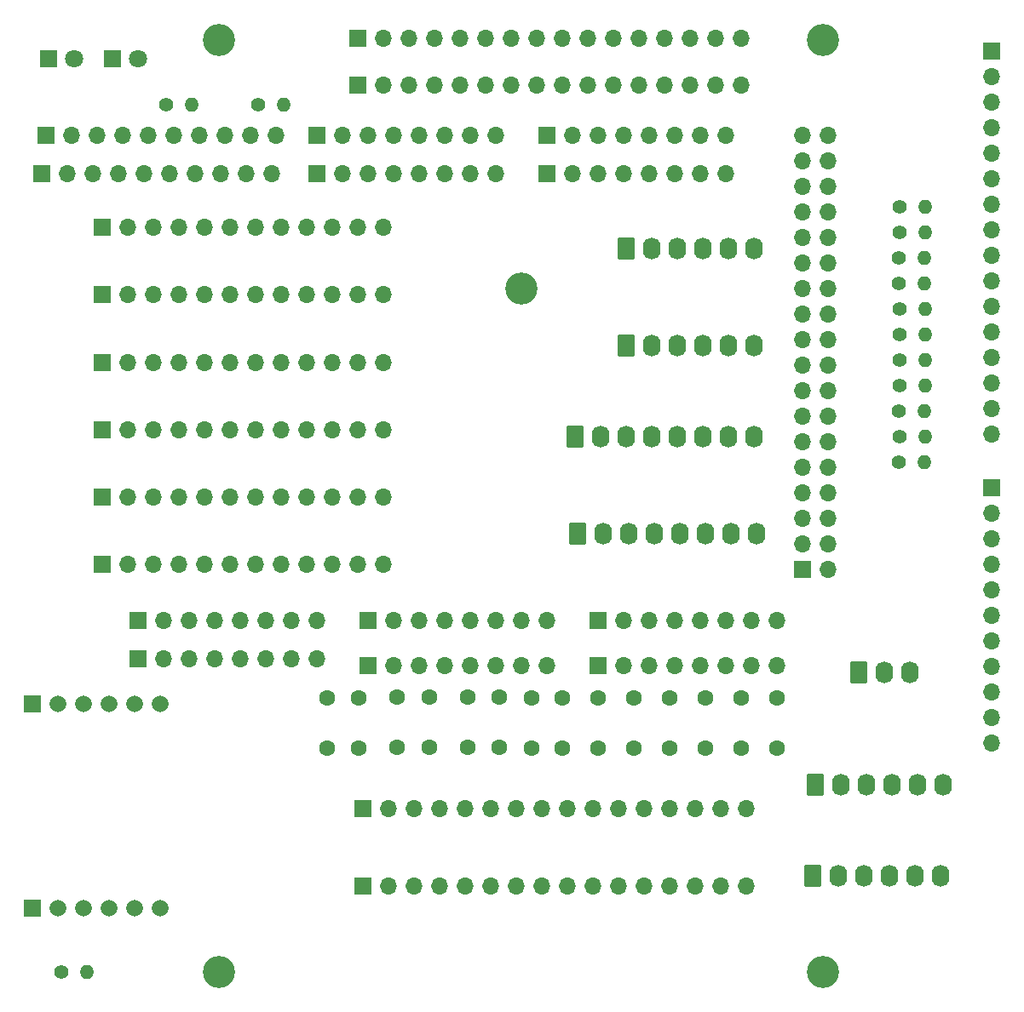
<source format=gbr>
%TF.GenerationSoftware,KiCad,Pcbnew,7.0.9*%
%TF.CreationDate,2023-12-05T18:38:31+10:00*%
%TF.ProjectId,Forward Console Input,466f7277-6172-4642-9043-6f6e736f6c65,rev?*%
%TF.SameCoordinates,Original*%
%TF.FileFunction,Soldermask,Bot*%
%TF.FilePolarity,Negative*%
%FSLAX46Y46*%
G04 Gerber Fmt 4.6, Leading zero omitted, Abs format (unit mm)*
G04 Created by KiCad (PCBNEW 7.0.9) date 2023-12-05 18:38:31*
%MOMM*%
%LPD*%
G01*
G04 APERTURE LIST*
G04 Aperture macros list*
%AMRoundRect*
0 Rectangle with rounded corners*
0 $1 Rounding radius*
0 $2 $3 $4 $5 $6 $7 $8 $9 X,Y pos of 4 corners*
0 Add a 4 corners polygon primitive as box body*
4,1,4,$2,$3,$4,$5,$6,$7,$8,$9,$2,$3,0*
0 Add four circle primitives for the rounded corners*
1,1,$1+$1,$2,$3*
1,1,$1+$1,$4,$5*
1,1,$1+$1,$6,$7*
1,1,$1+$1,$8,$9*
0 Add four rect primitives between the rounded corners*
20,1,$1+$1,$2,$3,$4,$5,0*
20,1,$1+$1,$4,$5,$6,$7,0*
20,1,$1+$1,$6,$7,$8,$9,0*
20,1,$1+$1,$8,$9,$2,$3,0*%
G04 Aperture macros list end*
%ADD10R,1.700000X1.700000*%
%ADD11O,1.700000X1.700000*%
%ADD12C,1.400000*%
%ADD13O,1.400000X1.400000*%
%ADD14RoundRect,0.250000X-0.620000X-0.845000X0.620000X-0.845000X0.620000X0.845000X-0.620000X0.845000X0*%
%ADD15O,1.740000X2.190000*%
%ADD16C,1.600000*%
%ADD17C,3.200000*%
%ADD18R,1.800000X1.800000*%
%ADD19C,1.800000*%
%ADD20R,1.665000X1.665000*%
%ADD21C,1.665000*%
G04 APERTURE END LIST*
D10*
%TO.C,J29*%
X193980000Y-92380000D03*
D11*
X196520000Y-92380000D03*
X193980000Y-89840000D03*
X196520000Y-89840000D03*
X193980000Y-87300000D03*
X196520000Y-87300000D03*
X193980000Y-84760000D03*
X196520000Y-84760000D03*
X193980000Y-82220000D03*
X196520000Y-82220000D03*
X193980000Y-79680000D03*
X196520000Y-79680000D03*
X193980000Y-77140000D03*
X196520000Y-77140000D03*
X193980000Y-74600000D03*
X196520000Y-74600000D03*
X193980000Y-72060000D03*
X196520000Y-72060000D03*
X193980000Y-69520000D03*
X196520000Y-69520000D03*
X193980000Y-66980000D03*
X196520000Y-66980000D03*
X193980000Y-64440000D03*
X196520000Y-64440000D03*
X193980000Y-61900000D03*
X196520000Y-61900000D03*
X193980000Y-59360000D03*
X196520000Y-59360000D03*
X193980000Y-56820000D03*
X196520000Y-56820000D03*
X193980000Y-54280000D03*
X196520000Y-54280000D03*
X193980000Y-51740000D03*
X196520000Y-51740000D03*
X193980000Y-49200000D03*
X196520000Y-49200000D03*
%TD*%
D10*
%TO.C,J26*%
X127940000Y-97460000D03*
D11*
X130480000Y-97460000D03*
X133020000Y-97460000D03*
X135560000Y-97460000D03*
X138100000Y-97460000D03*
X140640000Y-97460000D03*
X143180000Y-97460000D03*
X145720000Y-97460000D03*
%TD*%
D10*
%TO.C,J27*%
X150800000Y-97460000D03*
D11*
X153340000Y-97460000D03*
X155880000Y-97460000D03*
X158420000Y-97460000D03*
X160960000Y-97460000D03*
X163500000Y-97460000D03*
X166040000Y-97460000D03*
X168580000Y-97460000D03*
%TD*%
D10*
%TO.C,J28*%
X173660000Y-97460000D03*
D11*
X176200000Y-97460000D03*
X178740000Y-97460000D03*
X181280000Y-97460000D03*
X183820000Y-97460000D03*
X186360000Y-97460000D03*
X188900000Y-97460000D03*
X191440000Y-97460000D03*
%TD*%
D10*
%TO.C,J30*%
X118796000Y-49200000D03*
D11*
X121336000Y-49200000D03*
X123876000Y-49200000D03*
X126416000Y-49200000D03*
X128956000Y-49200000D03*
X131496000Y-49200000D03*
X134036000Y-49200000D03*
X136576000Y-49200000D03*
X139116000Y-49200000D03*
X141656000Y-49200000D03*
%TD*%
D10*
%TO.C,J31*%
X145720000Y-49200000D03*
D11*
X148260000Y-49200000D03*
X150800000Y-49200000D03*
X153340000Y-49200000D03*
X155880000Y-49200000D03*
X158420000Y-49200000D03*
X160960000Y-49200000D03*
X163500000Y-49200000D03*
%TD*%
D10*
%TO.C,J32*%
X168580000Y-49200000D03*
D11*
X171120000Y-49200000D03*
X173660000Y-49200000D03*
X176200000Y-49200000D03*
X178740000Y-49200000D03*
X181280000Y-49200000D03*
X183820000Y-49200000D03*
X186360000Y-49200000D03*
%TD*%
D10*
%TO.C,J17*%
X124384000Y-85166400D03*
D11*
X126924000Y-85166400D03*
X129464000Y-85166400D03*
X132004000Y-85166400D03*
X134544000Y-85166400D03*
X137084000Y-85166400D03*
X139624000Y-85166400D03*
X142164000Y-85166400D03*
X144704000Y-85166400D03*
X147244000Y-85166400D03*
X149784000Y-85166400D03*
X152324000Y-85166400D03*
%TD*%
D12*
%TO.C,R5*%
X203632000Y-69012000D03*
D13*
X206172000Y-69012000D03*
%TD*%
D12*
%TO.C,R2*%
X130784000Y-46152000D03*
D13*
X133324000Y-46152000D03*
%TD*%
D14*
%TO.C,J8*%
X171374000Y-79172000D03*
D15*
X173914000Y-79172000D03*
X176454000Y-79172000D03*
X178994000Y-79172000D03*
X181534000Y-79172000D03*
X184074000Y-79172000D03*
X186614000Y-79172000D03*
X189154000Y-79172000D03*
%TD*%
D16*
%TO.C,C7*%
X184368000Y-110120000D03*
X184368000Y-105120000D03*
%TD*%
%TO.C,C14*%
X146736000Y-105120000D03*
X146736000Y-110120000D03*
%TD*%
D12*
%TO.C,R7*%
X203632000Y-66472000D03*
D13*
X206172000Y-66472000D03*
%TD*%
D10*
%TO.C,J1*%
X150292000Y-123876000D03*
D11*
X152832000Y-123876000D03*
X155372000Y-123876000D03*
X157912000Y-123876000D03*
X160452000Y-123876000D03*
X162992000Y-123876000D03*
X165532000Y-123876000D03*
X168072000Y-123876000D03*
X170612000Y-123876000D03*
X173152000Y-123876000D03*
X175692000Y-123876000D03*
X178232000Y-123876000D03*
X180772000Y-123876000D03*
X183312000Y-123876000D03*
X185852000Y-123876000D03*
X188392000Y-123876000D03*
%TD*%
D12*
%TO.C,R14*%
X120325000Y-132385000D03*
D13*
X122865000Y-132385000D03*
%TD*%
D10*
%TO.C,J24*%
X149784000Y-44198000D03*
D11*
X152324000Y-44198000D03*
X154864000Y-44198000D03*
X157404000Y-44198000D03*
X159944000Y-44198000D03*
X162484000Y-44198000D03*
X165024000Y-44198000D03*
X167564000Y-44198000D03*
X170104000Y-44198000D03*
X172644000Y-44198000D03*
X175184000Y-44198000D03*
X177724000Y-44198000D03*
X180264000Y-44198000D03*
X182804000Y-44198000D03*
X185344000Y-44198000D03*
X187884000Y-44198000D03*
%TD*%
D16*
%TO.C,C3*%
X191480000Y-105120000D03*
X191480000Y-110120000D03*
%TD*%
D10*
%TO.C,J12*%
X124384000Y-78460800D03*
D11*
X126924000Y-78460800D03*
X129464000Y-78460800D03*
X132004000Y-78460800D03*
X134544000Y-78460800D03*
X137084000Y-78460800D03*
X139624000Y-78460800D03*
X142164000Y-78460800D03*
X144704000Y-78460800D03*
X147244000Y-78460800D03*
X149784000Y-78460800D03*
X152324000Y-78460800D03*
%TD*%
D10*
%TO.C,J22*%
X173660000Y-101905000D03*
D11*
X176200000Y-101905000D03*
X178740000Y-101905000D03*
X181280000Y-101905000D03*
X183820000Y-101905000D03*
X186360000Y-101905000D03*
X188900000Y-101905000D03*
X191440000Y-101905000D03*
%TD*%
D14*
%TO.C,J7*%
X194996000Y-122860000D03*
D15*
X197536000Y-122860000D03*
X200076000Y-122860000D03*
X202616000Y-122860000D03*
X205156000Y-122860000D03*
X207696000Y-122860000D03*
%TD*%
D10*
%TO.C,J10*%
X212776000Y-40818000D03*
D11*
X212776000Y-43358000D03*
X212776000Y-45898000D03*
X212776000Y-48438000D03*
X212776000Y-50978000D03*
X212776000Y-53518000D03*
X212776000Y-56058000D03*
X212776000Y-58598000D03*
X212776000Y-61138000D03*
X212776000Y-63678000D03*
X212776000Y-66218000D03*
X212776000Y-68758000D03*
X212776000Y-71298000D03*
X212776000Y-73838000D03*
X212776000Y-76378000D03*
X212776000Y-78918000D03*
%TD*%
D10*
%TO.C,J18*%
X124384000Y-91872000D03*
D11*
X126924000Y-91872000D03*
X129464000Y-91872000D03*
X132004000Y-91872000D03*
X134544000Y-91872000D03*
X137084000Y-91872000D03*
X139624000Y-91872000D03*
X142164000Y-91872000D03*
X144704000Y-91872000D03*
X147244000Y-91872000D03*
X149784000Y-91872000D03*
X152324000Y-91872000D03*
%TD*%
D14*
%TO.C,J9*%
X171628000Y-88824000D03*
D15*
X174168000Y-88824000D03*
X176708000Y-88824000D03*
X179248000Y-88824000D03*
X181788000Y-88824000D03*
X184328000Y-88824000D03*
X186868000Y-88824000D03*
X189408000Y-88824000D03*
%TD*%
D16*
%TO.C,C11*%
X177216000Y-105120000D03*
X177216000Y-110120000D03*
%TD*%
D17*
%TO.C,H2*%
X196020000Y-132385000D03*
%TD*%
D16*
%TO.C,C6*%
X160706000Y-105080000D03*
X160706000Y-110080000D03*
%TD*%
D10*
%TO.C,J13*%
X124384000Y-71755200D03*
D11*
X126924000Y-71755200D03*
X129464000Y-71755200D03*
X132004000Y-71755200D03*
X134544000Y-71755200D03*
X137084000Y-71755200D03*
X139624000Y-71755200D03*
X142164000Y-71755200D03*
X144704000Y-71755200D03*
X147244000Y-71755200D03*
X149784000Y-71755200D03*
X152324000Y-71755200D03*
%TD*%
D16*
%TO.C,C8*%
X156896000Y-105080000D03*
X156896000Y-110080000D03*
%TD*%
D12*
%TO.C,R10*%
X203582000Y-61392000D03*
D13*
X206122000Y-61392000D03*
%TD*%
D16*
%TO.C,C2*%
X167056000Y-105120000D03*
X167056000Y-110120000D03*
%TD*%
D14*
%TO.C,J6*%
X199568000Y-102560000D03*
D15*
X202108000Y-102560000D03*
X204648000Y-102560000D03*
%TD*%
D10*
%TO.C,J25*%
X127940000Y-101270000D03*
D11*
X130480000Y-101270000D03*
X133020000Y-101270000D03*
X135560000Y-101270000D03*
X138100000Y-101270000D03*
X140640000Y-101270000D03*
X143180000Y-101270000D03*
X145720000Y-101270000D03*
%TD*%
D16*
%TO.C,C1*%
X170104000Y-105120000D03*
X170104000Y-110120000D03*
%TD*%
D12*
%TO.C,R8*%
X203632000Y-56312000D03*
D13*
X206172000Y-56312000D03*
%TD*%
D12*
%TO.C,R11*%
X203582000Y-81712000D03*
D13*
X206122000Y-81712000D03*
%TD*%
D16*
%TO.C,C5*%
X187924000Y-105120000D03*
X187924000Y-110120000D03*
%TD*%
%TO.C,C9*%
X180772000Y-105120000D03*
X180772000Y-110120000D03*
%TD*%
D14*
%TO.C,J4*%
X176454000Y-70048000D03*
D15*
X178994000Y-70048000D03*
X181534000Y-70048000D03*
X184074000Y-70048000D03*
X186614000Y-70048000D03*
X189154000Y-70048000D03*
%TD*%
D16*
%TO.C,C12*%
X149911000Y-105120000D03*
X149911000Y-110120000D03*
%TD*%
D12*
%TO.C,R3*%
X203632000Y-58852000D03*
D13*
X206172000Y-58852000D03*
%TD*%
D17*
%TO.C,H3*%
X196020000Y-39675000D03*
%TD*%
D10*
%TO.C,J16*%
X168580000Y-53010000D03*
D11*
X171120000Y-53010000D03*
X173660000Y-53010000D03*
X176200000Y-53010000D03*
X178740000Y-53010000D03*
X181280000Y-53010000D03*
X183820000Y-53010000D03*
X186360000Y-53010000D03*
%TD*%
D16*
%TO.C,C4*%
X163881000Y-105080000D03*
X163881000Y-110080000D03*
%TD*%
D14*
%TO.C,J2*%
X195250000Y-113736000D03*
D15*
X197790000Y-113736000D03*
X200330000Y-113736000D03*
X202870000Y-113736000D03*
X205410000Y-113736000D03*
X207950000Y-113736000D03*
%TD*%
D12*
%TO.C,R4*%
X203582000Y-63932000D03*
D13*
X206122000Y-63932000D03*
%TD*%
D10*
%TO.C,J15*%
X145720000Y-53010000D03*
D11*
X148260000Y-53010000D03*
X150800000Y-53010000D03*
X153340000Y-53010000D03*
X155880000Y-53010000D03*
X158420000Y-53010000D03*
X160960000Y-53010000D03*
X163500000Y-53010000D03*
%TD*%
D10*
%TO.C,J21*%
X150800000Y-101905000D03*
D11*
X153340000Y-101905000D03*
X155880000Y-101905000D03*
X158420000Y-101905000D03*
X160960000Y-101905000D03*
X163500000Y-101905000D03*
X166040000Y-101905000D03*
X168580000Y-101905000D03*
%TD*%
D14*
%TO.C,J3*%
X176454000Y-60396000D03*
D15*
X178994000Y-60396000D03*
X181534000Y-60396000D03*
X184074000Y-60396000D03*
X186614000Y-60396000D03*
X189154000Y-60396000D03*
%TD*%
D16*
%TO.C,C13*%
X173660000Y-105120000D03*
X173660000Y-110120000D03*
%TD*%
D12*
%TO.C,R9*%
X203632000Y-74092000D03*
D13*
X206172000Y-74092000D03*
%TD*%
D12*
%TO.C,R6*%
X203632000Y-71552000D03*
D13*
X206172000Y-71552000D03*
%TD*%
D18*
%TO.C,D1*%
X125395000Y-41580000D03*
D19*
X127935000Y-41580000D03*
%TD*%
D10*
%TO.C,J19*%
X124384000Y-58344000D03*
D11*
X126924000Y-58344000D03*
X129464000Y-58344000D03*
X132004000Y-58344000D03*
X134544000Y-58344000D03*
X137084000Y-58344000D03*
X139624000Y-58344000D03*
X142164000Y-58344000D03*
X144704000Y-58344000D03*
X147244000Y-58344000D03*
X149784000Y-58344000D03*
X152324000Y-58344000D03*
%TD*%
D12*
%TO.C,R12*%
X203632000Y-79172000D03*
D13*
X206172000Y-79172000D03*
%TD*%
D12*
%TO.C,R1*%
X139928000Y-46152000D03*
D13*
X142468000Y-46152000D03*
%TD*%
D10*
%TO.C,J11*%
X212776000Y-84252000D03*
D11*
X212776000Y-86792000D03*
X212776000Y-89332000D03*
X212776000Y-91872000D03*
X212776000Y-94412000D03*
X212776000Y-96952000D03*
X212776000Y-99492000D03*
X212776000Y-102032000D03*
X212776000Y-104572000D03*
X212776000Y-107112000D03*
X212776000Y-109652000D03*
%TD*%
D10*
%TO.C,J20*%
X124384000Y-65049600D03*
D11*
X126924000Y-65049600D03*
X129464000Y-65049600D03*
X132004000Y-65049600D03*
X134544000Y-65049600D03*
X137084000Y-65049600D03*
X139624000Y-65049600D03*
X142164000Y-65049600D03*
X144704000Y-65049600D03*
X147244000Y-65049600D03*
X149784000Y-65049600D03*
X152324000Y-65049600D03*
%TD*%
D10*
%TO.C,J5*%
X150292000Y-116178000D03*
D11*
X152832000Y-116178000D03*
X155372000Y-116178000D03*
X157912000Y-116178000D03*
X160452000Y-116178000D03*
X162992000Y-116178000D03*
X165532000Y-116178000D03*
X168072000Y-116178000D03*
X170612000Y-116178000D03*
X173152000Y-116178000D03*
X175692000Y-116178000D03*
X178232000Y-116178000D03*
X180772000Y-116178000D03*
X183312000Y-116178000D03*
X185852000Y-116178000D03*
X188392000Y-116178000D03*
%TD*%
D17*
%TO.C,MH1*%
X166040000Y-64440000D03*
%TD*%
D20*
%TO.C,U1*%
X117495000Y-126035000D03*
D21*
X120035000Y-126035000D03*
X122575000Y-126035000D03*
X125115000Y-126035000D03*
X127655000Y-126035000D03*
X130195000Y-126035000D03*
D20*
X117495000Y-105715000D03*
D21*
X120035000Y-105715000D03*
X122575000Y-105715000D03*
X125115000Y-105715000D03*
X127655000Y-105715000D03*
X130195000Y-105715000D03*
%TD*%
D10*
%TO.C,J14*%
X118415000Y-53010000D03*
D11*
X120955000Y-53010000D03*
X123495000Y-53010000D03*
X126035000Y-53010000D03*
X128575000Y-53010000D03*
X131115000Y-53010000D03*
X133655000Y-53010000D03*
X136195000Y-53010000D03*
X138735000Y-53010000D03*
X141275000Y-53010000D03*
%TD*%
D17*
%TO.C,H1*%
X136020000Y-132385000D03*
%TD*%
D16*
%TO.C,C10*%
X153721000Y-105080000D03*
X153721000Y-110080000D03*
%TD*%
D10*
%TO.C,J23*%
X149784000Y-39548000D03*
D11*
X152324000Y-39548000D03*
X154864000Y-39548000D03*
X157404000Y-39548000D03*
X159944000Y-39548000D03*
X162484000Y-39548000D03*
X165024000Y-39548000D03*
X167564000Y-39548000D03*
X170104000Y-39548000D03*
X172644000Y-39548000D03*
X175184000Y-39548000D03*
X177724000Y-39548000D03*
X180264000Y-39548000D03*
X182804000Y-39548000D03*
X185344000Y-39548000D03*
X187884000Y-39548000D03*
%TD*%
D18*
%TO.C,D2*%
X119045000Y-41580000D03*
D19*
X121585000Y-41580000D03*
%TD*%
D17*
%TO.C,H4*%
X136020000Y-39675000D03*
%TD*%
D12*
%TO.C,R13*%
X203582000Y-76632000D03*
D13*
X206122000Y-76632000D03*
%TD*%
M02*

</source>
